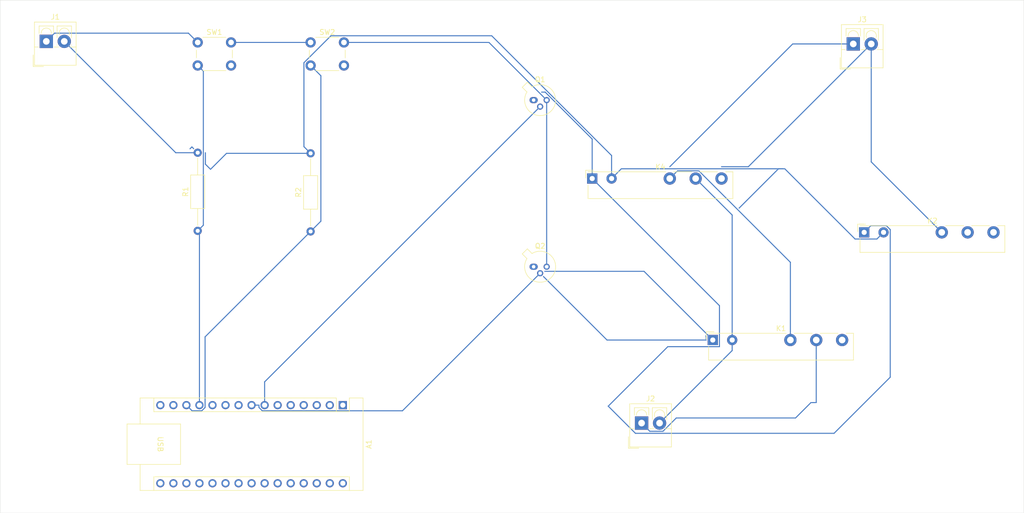
<source format=kicad_pcb>
(kicad_pcb (version 20240108) (generator "pcbnew") (generator_version "8.0")
  (layers (0 "F.Cu" signal) (31 "B.Cu" signal) (34 "B.Paste" user) (35 "F.Paste" user) (36 "B.SilkS" user "B.Silkscreen") (37 "F.SilkS" user "F.Silkscreen") (38 "B.Mask" user) (39 "F.Mask" user) (44 "Edge.Cuts" user))
  (net 0 "")
  (net 5 "Net-(A1-D5)")
  (net 8 "Net-(A1-D4)")
  (net 20 "Net-(A1-D10)")
  (net 21 "Net-(A1-D9)")
  (net 31 "+5V")
  (net 32 "GND")
  (net 33 "Net-(J2-Pin_1)")
  (net 34 "Net-(J3-Pin_1)")
  (net 35 "Net-(J3-Pin_2)")
  (net 37 "Net-(Q2-E)")
  (net 38 "Net-(BT1-+)")
  (net 39 "Net-(Q1-E)")
  (footprint "TerminalBlock_4Ucon:TerminalBlock_4Ucon_1x02_P3.50mm_Vertical" (layer "F.Cu") (at 63 47.545)
    (property "Reference" "J1" (at 1.75 -4.76 0) (layer "F.SilkS"))
    (property "Value" "Screw_Terminal_01x02")
    (fp_line (start -2.55 2.66) (end -2.55 4.9) (stroke (width 0.12)) (layer "F.SilkS"))
    (fp_line (start -2.55 4.9) (end -0.55 4.9) (stroke (width 0.12)) (layer "F.SilkS"))
    (fp_line (start -2.31 -3.76) (end -2.31 4.66) (stroke (width 0.12)) (layer "F.SilkS"))
    (fp_line (start -2.31 -3.76) (end 5.81 -3.76) (stroke (width 0.12)) (layer "F.SilkS"))
    (fp_line (start -2.31 1.101) (end -1.54 1.101) (stroke (width 0.12)) (layer "F.SilkS"))
    (fp_line (start -2.31 4.66) (end 5.81 4.66) (stroke (width 0.12)) (layer "F.SilkS"))
    (fp_line (start -1.4 -3) (end -1.4 -1.54) (stroke (width 0.12)) (layer "F.SilkS"))
    (fp_line (start -1.4 -3) (end 1.4 -3) (stroke (width 0.12)) (layer "F.SilkS"))
    (fp_line (start 1.4 -3) (end 1.4 -1.54) (stroke (width 0.12)) (layer "F.SilkS"))
    (fp_line (start 1.54 1.101) (end 2.367 1.101) (stroke (width 0.12)) (layer "F.SilkS"))
    (fp_line (start 2.1 -3) (end 2.1 -0.689) (stroke (width 0.12)) (layer "F.SilkS"))
    (fp_line (start 2.1 -3) (end 4.9 -3) (stroke (width 0.12)) (layer "F.SilkS"))
    (fp_line (start 2.1 0.689) (end 2.1 0.75) (stroke (width 0.12)) (layer "F.SilkS"))
    (fp_line (start 2.1 0.75) (end 2.101 0.75) (stroke (width 0.12)) (layer "F.SilkS"))
    (fp_line (start 4.634 1.101) (end 5.81 1.101) (stroke (width 0.12)) (layer "F.SilkS"))
    (fp_line (start 4.9 -3) (end 4.9 -0.689) (stroke (width 0.12)) (layer "F.SilkS"))
    (fp_line (start 4.9 0.689) (end 4.9 0.75) (stroke (width 0.12)) (layer "F.SilkS"))
    (fp_line (start 4.9 0.75) (end 4.9 0.75) (stroke (width 0.12)) (layer "F.SilkS"))
    (fp_line (start 5.81 -3.76) (end 5.81 4.66) (stroke (width 0.12)) (layer "F.SilkS"))
    (fp_arc (start -0.99789 -1.529434) (mid -0.000785 -2.600382) (end 0.998 -1.531) (stroke (width 0.12)) (layer "F.SilkS"))
    (fp_arc (start 2.560085 -1.257767) (mid 3.499876 -2.600282) (end 4.44 -1.258) (stroke (width 0.12)) (layer "F.SilkS"))
    (pad "1" thru_hole rect (at 0 0) (size 2.6 2.6) (drill 1.3) (layers "*.Cu" "*.Mask") (net 31 "+5V"))
    (pad "2" thru_hole circle (at 3.5 0) (size 2.6 2.6) (drill 1.3) (layers "*.Cu" "*.Mask") (net 32 "GND"))
  )
  (footprint "Resistor_THT:R_Axial_DIN0207_L6.3mm_D2.5mm_P15.24mm_Horizontal" (layer "F.Cu") (at 92.5 84.5 90)
    (property "Reference" "R1" (at 7.62 -2.37 90) (layer "F.SilkS"))
    (property "Value" "R")
    (fp_line (start 10.89 -1.37) (end 4.35 -1.37) (stroke (width 0.12)) (layer "F.SilkS"))
    (fp_line (start 4.35 -1.37) (end 4.35 1.37) (stroke (width 0.12)) (layer "F.SilkS"))
    (fp_line (start 14.2 0) (end 10.89 0) (stroke (width 0.12)) (layer "F.SilkS"))
    (fp_line (start 1.04 0) (end 4.35 0) (stroke (width 0.12)) (layer "F.SilkS"))
    (fp_line (start 10.89 1.37) (end 10.89 -1.37) (stroke (width 0.12)) (layer "F.SilkS"))
    (fp_line (start 4.35 1.37) (end 10.89 1.37) (stroke (width 0.12)) (layer "F.SilkS"))
    (pad "1" thru_hole circle (at 0 0 90) (size 1.6 1.6) (drill 0.8) (layers "*.Cu" "*.Mask") (net 21 "Net-(A1-D9)"))
    (pad "2" thru_hole oval (at 15.24 0 90) (size 1.6 1.6) (drill 0.8) (layers "*.Cu" "*.Mask") (net 32 "GND"))
  )
  (footprint "Button_Switch_THT:SW_PUSH_6mm" (layer "F.Cu") (at 92.5 47.75)
    (property "Reference" "SW1" (at 3.25 -2 0) (layer "F.SilkS"))
    (property "Value" "SW_Push")
    (fp_line (start -0.25 1.5) (end -0.25 3) (stroke (width 0.12)) (layer "F.SilkS"))
    (fp_line (start 1 5.5) (end 5.5 5.5) (stroke (width 0.12)) (layer "F.SilkS"))
    (fp_line (start 5.5 -1) (end 1 -1) (stroke (width 0.12)) (layer "F.SilkS"))
    (fp_line (start 6.75 3) (end 6.75 1.5) (stroke (width 0.12)) (layer "F.SilkS"))
    (pad "1" thru_hole circle (at 0 0 90) (size 2 2) (drill 1.1) (layers "*.Cu" "*.Mask") (net 31 "+5V"))
    (pad "1" thru_hole circle (at 6.5 0 90) (size 2 2) (drill 1.1) (layers "*.Cu" "*.Mask") (net 31 "+5V"))
    (pad "2" thru_hole circle (at 0 4.5 90) (size 2 2) (drill 1.1) (layers "*.Cu" "*.Mask") (net 21 "Net-(A1-D9)"))
    (pad "2" thru_hole circle (at 6.5 4.5 90) (size 2 2) (drill 1.1) (layers "*.Cu" "*.Mask") (net 21 "Net-(A1-D9)"))
  )
  (footprint "Relay_THT:Relay_SPDT_Fujitsu_FTR-LYCA005x_FormC_Vertical" (layer "F.Cu") (at 222.3725 84.7975)
    (property "Reference" "K2" (at 13.3 -2.25 0) (layer "F.SilkS"))
    (property "Value" "Fujitsu_FTR-LYCA005x")
    (fp_line (start -1.26 -1.61) (end 0.24 -1.61) (stroke (width 0.12)) (layer "F.SilkS"))
    (fp_line (start -1.26 -0.11) (end -1.26 -1.61) (stroke (width 0.12)) (layer "F.SilkS"))
    (fp_line (start -0.81 3.91) (end -0.81 1.3) (stroke (width 0.12)) (layer "F.SilkS"))
    (fp_line (start -0.81 3.91) (end 27.41 3.91) (stroke (width 0.12)) (layer "F.SilkS"))
    (fp_line (start 14.35 -1.31) (end -0.81 -1.31) (stroke (width 0.12)) (layer "F.SilkS"))
    (fp_line (start 15.87 -1.31) (end 19.4 -1.31) (stroke (width 0.12)) (layer "F.SilkS"))
    (fp_line (start 20.94 -1.31) (end 24.42 -1.31) (stroke (width 0.12)) (layer "F.SilkS"))
    (fp_line (start 26 -1.31) (end 27.41 -1.31) (stroke (width 0.12)) (layer "F.SilkS"))
    (fp_line (start 27.41 3.91) (end 27.41 -1.31) (stroke (width 0.12)) (layer "F.SilkS"))
    (pad "11" thru_hole circle (at 20.16 0) (size 2.4 2.4) (drill 1.3) (layers "*.Cu" "*.Mask") (net 38 "Net-(BT1-+)"))
    (pad "12" thru_hole circle (at 15.12 0) (size 2.4 2.4) (drill 1.3) (layers "*.Cu" "*.Mask") (net 35 "Net-(J3-Pin_2)"))
    (pad "14" thru_hole circle (at 25.2 0) (size 2.4 2.4) (drill 1.3) (layers "*.Cu" "*.Mask"))
    (pad "A1" thru_hole rect (at 0 0) (size 2 2) (drill 1) (layers "*.Cu" "*.Mask") (net 39 "Net-(Q1-E)"))
    (pad "A2" thru_hole circle (at 3.78 0) (size 2 2) (drill 1) (layers "*.Cu" "*.Mask") (net 32 "GND"))
  )
  (footprint "TerminalBlock_4Ucon:TerminalBlock_4Ucon_1x02_P3.50mm_Vertical" (layer "F.Cu") (at 220.25 48.045)
    (property "Reference" "J3" (at 1.75 -4.76 0) (layer "F.SilkS"))
    (property "Value" "Screw_Terminal_01x02")
    (fp_line (start -2.55 2.66) (end -2.55 4.9) (stroke (width 0.12)) (layer "F.SilkS"))
    (fp_line (start -2.55 4.9) (end -0.55 4.9) (stroke (width 0.12)) (layer "F.SilkS"))
    (fp_line (start -2.31 -3.76) (end -2.31 4.66) (stroke (width 0.12)) (layer "F.SilkS"))
    (fp_line (start -2.31 -3.76) (end 5.81 -3.76) (stroke (width 0.12)) (layer "F.SilkS"))
    (fp_line (start -2.31 1.101) (end -1.54 1.101) (stroke (width 0.12)) (layer "F.SilkS"))
    (fp_line (start -2.31 4.66) (end 5.81 4.66) (stroke (width 0.12)) (layer "F.SilkS"))
    (fp_line (start -1.4 -3) (end -1.4 -1.54) (stroke (width 0.12)) (layer "F.SilkS"))
    (fp_line (start -1.4 -3) (end 1.4 -3) (stroke (width 0.12)) (layer "F.SilkS"))
    (fp_line (start 1.4 -3) (end 1.4 -1.54) (stroke (width 0.12)) (layer "F.SilkS"))
    (fp_line (start 1.54 1.101) (end 2.367 1.101) (stroke (width 0.12)) (layer "F.SilkS"))
    (fp_line (start 2.1 -3) (end 2.1 -0.689) (stroke (width 0.12)) (layer "F.SilkS"))
    (fp_line (start 2.1 -3) (end 4.9 -3) (stroke (width 0.12)) (layer "F.SilkS"))
    (fp_line (start 2.1 0.689) (end 2.1 0.75) (stroke (width 0.12)) (layer "F.SilkS"))
    (fp_line (start 2.1 0.75) (end 2.101 0.75) (stroke (width 0.12)) (layer "F.SilkS"))
    (fp_line (start 4.634 1.101) (end 5.81 1.101) (stroke (width 0.12)) (layer "F.SilkS"))
    (fp_line (start 4.9 -3) (end 4.9 -0.689) (stroke (width 0.12)) (layer "F.SilkS"))
    (fp_line (start 4.9 0.689) (end 4.9 0.75) (stroke (width 0.12)) (layer "F.SilkS"))
    (fp_line (start 4.9 0.75) (end 4.9 0.75) (stroke (width 0.12)) (layer "F.SilkS"))
    (fp_line (start 5.81 -3.76) (end 5.81 4.66) (stroke (width 0.12)) (layer "F.SilkS"))
    (fp_arc (start -0.99789 -1.529434) (mid -0.000785 -2.600382) (end 0.998 -1.531) (stroke (width 0.12)) (layer "F.SilkS"))
    (fp_arc (start 2.560085 -1.257767) (mid 3.499876 -2.600282) (end 4.44 -1.258) (stroke (width 0.12)) (layer "F.SilkS"))
    (pad "1" thru_hole rect (at 0 0) (size 2.6 2.6) (drill 1.3) (layers "*.Cu" "*.Mask") (net 34 "Net-(J3-Pin_1)"))
    (pad "2" thru_hole circle (at 3.5 0) (size 2.6 2.6) (drill 1.3) (layers "*.Cu" "*.Mask") (net 35 "Net-(J3-Pin_2)"))
  )
  (footprint "Package_TO_SOT_THT:TO-18-3" (layer "F.Cu") (at 157.96 59)
    (property "Reference" "Q1" (at 1.27 -4.02 0) (layer "F.SilkS"))
    (property "Value" "BC107")
    (fp_line (start -2.214448 -2.494499) (end -1.302281 -1.582331) (stroke (width 0.12)) (layer "F.SilkS"))
    (fp_line (start -1.224499 -3.484448) (end -2.214448 -2.494499) (stroke (width 0.12)) (layer "F.SilkS"))
    (fp_line (start -0.312331 -2.572281) (end -1.224499 -3.484448) (stroke (width 0.12)) (layer "F.SilkS"))
    (fp_arc (start -0.312331 -2.572281) (mid 3.405374 2.135551) (end -1.30215 -1.582544) (stroke (width 0.12)) (layer "F.SilkS"))
    (pad "1" thru_hole oval (at 0 0) (size 1.6 1.2) (drill 0.7) (layers "*.Cu" "*.Mask") (net 39 "Net-(Q1-E)"))
    (pad "2" thru_hole oval (at 1.27 1.27) (size 1.2 1.2) (drill 0.7) (layers "*.Cu" "*.Mask") (net 8 "Net-(A1-D4)"))
    (pad "3" thru_hole oval (at 2.54 0) (size 1.2 1.2) (drill 0.7) (layers "*.Cu" "*.Mask") (net 31 "+5V"))
  )
  (footprint "Resistor_THT:R_Axial_DIN0207_L6.3mm_D2.5mm_P15.24mm_Horizontal" (layer "F.Cu") (at 114.5 84.62 90)
    (property "Reference" "R2" (at 7.62 -2.37 90) (layer "F.SilkS"))
    (property "Value" "R")
    (fp_line (start 10.89 -1.37) (end 4.35 -1.37) (stroke (width 0.12)) (layer "F.SilkS"))
    (fp_line (start 4.35 -1.37) (end 4.35 1.37) (stroke (width 0.12)) (layer "F.SilkS"))
    (fp_line (start 14.2 0) (end 10.89 0) (stroke (width 0.12)) (layer "F.SilkS"))
    (fp_line (start 1.04 0) (end 4.35 0) (stroke (width 0.12)) (layer "F.SilkS"))
    (fp_line (start 10.89 1.37) (end 10.89 -1.37) (stroke (width 0.12)) (layer "F.SilkS"))
    (fp_line (start 4.35 1.37) (end 10.89 1.37) (stroke (width 0.12)) (layer "F.SilkS"))
    (pad "1" thru_hole circle (at 0 0 90) (size 1.6 1.6) (drill 0.8) (layers "*.Cu" "*.Mask") (net 20 "Net-(A1-D10)"))
    (pad "2" thru_hole oval (at 15.24 0 90) (size 1.6 1.6) (drill 0.8) (layers "*.Cu" "*.Mask") (net 32 "GND"))
  )
  (footprint "Button_Switch_THT:SW_PUSH_6mm" (layer "F.Cu") (at 114.5 47.75)
    (property "Reference" "SW2" (at 3.25 -2 0) (layer "F.SilkS"))
    (property "Value" "SW_Push")
    (fp_line (start -0.25 1.5) (end -0.25 3) (stroke (width 0.12)) (layer "F.SilkS"))
    (fp_line (start 1 5.5) (end 5.5 5.5) (stroke (width 0.12)) (layer "F.SilkS"))
    (fp_line (start 5.5 -1) (end 1 -1) (stroke (width 0.12)) (layer "F.SilkS"))
    (fp_line (start 6.75 3) (end 6.75 1.5) (stroke (width 0.12)) (layer "F.SilkS"))
    (pad "1" thru_hole circle (at 0 0 90) (size 2 2) (drill 1.1) (layers "*.Cu" "*.Mask") (net 31 "+5V"))
    (pad "1" thru_hole circle (at 6.5 0 90) (size 2 2) (drill 1.1) (layers "*.Cu" "*.Mask") (net 31 "+5V"))
    (pad "2" thru_hole circle (at 0 4.5 90) (size 2 2) (drill 1.1) (layers "*.Cu" "*.Mask") (net 20 "Net-(A1-D10)"))
    (pad "2" thru_hole circle (at 6.5 4.5 90) (size 2 2) (drill 1.1) (layers "*.Cu" "*.Mask") (net 20 "Net-(A1-D10)"))
  )
  (footprint "Package_TO_SOT_THT:TO-18-3" (layer "F.Cu") (at 157.96 91.5)
    (property "Reference" "Q2" (at 1.27 -4.02 0) (layer "F.SilkS"))
    (property "Value" "BC107")
    (fp_line (start -2.214448 -2.494499) (end -1.302281 -1.582331) (stroke (width 0.12)) (layer "F.SilkS"))
    (fp_line (start -1.224499 -3.484448) (end -2.214448 -2.494499) (stroke (width 0.12)) (layer "F.SilkS"))
    (fp_line (start -0.312331 -2.572281) (end -1.224499 -3.484448) (stroke (width 0.12)) (layer "F.SilkS"))
    (fp_arc (start -0.312331 -2.572281) (mid 3.405374 2.135551) (end -1.30215 -1.582544) (stroke (width 0.12)) (layer "F.SilkS"))
    (pad "1" thru_hole oval (at 0 0) (size 1.6 1.2) (drill 0.7) (layers "*.Cu" "*.Mask") (net 37 "Net-(Q2-E)"))
    (pad "2" thru_hole oval (at 1.27 1.27) (size 1.2 1.2) (drill 0.7) (layers "*.Cu" "*.Mask") (net 5 "Net-(A1-D5)"))
    (pad "3" thru_hole oval (at 2.54 0) (size 1.2 1.2) (drill 0.7) (layers "*.Cu" "*.Mask") (net 31 "+5V"))
  )
  (footprint "Module:Arduino_Nano" (layer "F.Cu") (at 120.78 118.5 -90)
    (property "Reference" "A1" (at 7.62 -5.08 90) (layer "F.SilkS"))
    (property "Value" "Arduino_Nano_v2.x")
    (fp_line (start 3.68 42.04) (end 3.68 31.62) (stroke (width 0.12)) (layer "F.SilkS"))
    (fp_line (start 11.56 42.04) (end 3.68 42.04) (stroke (width 0.12)) (layer "F.SilkS"))
    (fp_line (start -1.4 39.5) (end 3.68 39.5) (stroke (width 0.12)) (layer "F.SilkS"))
    (fp_line (start 16.64 39.5) (end 11.56 39.5) (stroke (width 0.12)) (layer "F.SilkS"))
    (fp_line (start 16.64 39.5) (end 16.64 -3.94) (stroke (width 0.12)) (layer "F.SilkS"))
    (fp_line (start 1.27 36.83) (end -1.4 36.83) (stroke (width 0.12)) (layer "F.SilkS"))
    (fp_line (start 13.97 36.83) (end 16.64 36.83) (stroke (width 0.12)) (layer "F.SilkS"))
    (fp_line (start 3.68 31.62) (end 11.56 31.62) (stroke (width 0.12)) (layer "F.SilkS"))
    (fp_line (start 11.56 31.62) (end 11.56 42.04) (stroke (width 0.12)) (layer "F.SilkS"))
    (fp_line (start -1.4 1.27) (end -1.4 39.5) (stroke (width 0.12)) (layer "F.SilkS"))
    (fp_line (start 1.27 1.27) (end 1.27 36.83) (stroke (width 0.12)) (layer "F.SilkS"))
    (fp_line (start 1.27 1.27) (end -1.4 1.27) (stroke (width 0.12)) (layer "F.SilkS"))
    (fp_line (start 1.27 1.27) (end 1.27 -1.27) (stroke (width 0.12)) (layer "F.SilkS"))
    (fp_line (start 1.27 -1.27) (end -1.4 -1.27) (stroke (width 0.12)) (layer "F.SilkS"))
    (fp_line (start 13.97 -1.27) (end 13.97 36.83) (stroke (width 0.12)) (layer "F.SilkS"))
    (fp_line (start 13.97 -1.27) (end 16.64 -1.27) (stroke (width 0.12)) (layer "F.SilkS"))
    (fp_line (start -1.4 -3.94) (end -1.4 -1.27) (stroke (width 0.12)) (layer "F.SilkS"))
    (fp_line (start 16.64 -3.94) (end -1.4 -3.94) (stroke (width 0.12)) (layer "F.SilkS"))
    (fp_text user "USB" (at 7.62 35.56 -90) (layer "F.SilkS"))
    (pad "1" thru_hole rect (at 0 0 270) (size 1.6 1.6) (drill 1) (layers "*.Cu" "*.Mask"))
    (pad "2" thru_hole oval (at 0 2.54 270) (size 1.6 1.6) (drill 1) (layers "*.Cu" "*.Mask"))
    (pad "3" thru_hole oval (at 0 5.08 270) (size 1.6 1.6) (drill 1) (layers "*.Cu" "*.Mask"))
    (pad "4" thru_hole oval (at 0 7.62 270) (size 1.6 1.6) (drill 1) (layers "*.Cu" "*.Mask"))
    (pad "5" thru_hole oval (at 0 10.16 270) (size 1.6 1.6) (drill 1) (layers "*.Cu" "*.Mask"))
    (pad "6" thru_hole oval (at 0 12.7 270) (size 1.6 1.6) (drill 1) (layers "*.Cu" "*.Mask"))
    (pad "7" thru_hole oval (at 0 15.24 270) (size 1.6 1.6) (drill 1) (layers "*.Cu" "*.Mask") (net 8 "Net-(A1-D4)"))
    (pad "8" thru_hole oval (at 0 17.78 270) (size 1.6 1.6) (drill 1) (layers "*.Cu" "*.Mask") (net 5 "Net-(A1-D5)"))
    (pad "9" thru_hole oval (at 0 20.32 270) (size 1.6 1.6) (drill 1) (layers "*.Cu" "*.Mask"))
    (pad "10" thru_hole oval (at 0 22.86 270) (size 1.6 1.6) (drill 1) (layers "*.Cu" "*.Mask"))
    (pad "11" thru_hole oval (at 0 25.4 270) (size 1.6 1.6) (drill 1) (layers "*.Cu" "*.Mask"))
    (pad "12" thru_hole oval (at 0 27.94 270) (size 1.6 1.6) (drill 1) (layers "*.Cu" "*.Mask") (net 21 "Net-(A1-D9)"))
    (pad "13" thru_hole oval (at 0 30.48 270) (size 1.6 1.6) (drill 1) (layers "*.Cu" "*.Mask") (net 20 "Net-(A1-D10)"))
    (pad "14" thru_hole oval (at 0 33.02 270) (size 1.6 1.6) (drill 1) (layers "*.Cu" "*.Mask"))
    (pad "15" thru_hole oval (at 0 35.56 270) (size 1.6 1.6) (drill 1) (layers "*.Cu" "*.Mask"))
    (pad "16" thru_hole oval (at 15.24 35.56 270) (size 1.6 1.6) (drill 1) (layers "*.Cu" "*.Mask"))
    (pad "17" thru_hole oval (at 15.24 33.02 270) (size 1.6 1.6) (drill 1) (layers "*.Cu" "*.Mask"))
    (pad "18" thru_hole oval (at 15.24 30.48 270) (size 1.6 1.6) (drill 1) (layers "*.Cu" "*.Mask"))
    (pad "19" thru_hole oval (at 15.24 27.94 270) (size 1.6 1.6) (drill 1) (layers "*.Cu" "*.Mask"))
    (pad "20" thru_hole oval (at 15.24 25.4 270) (size 1.6 1.6) (drill 1) (layers "*.Cu" "*.Mask"))
    (pad "21" thru_hole oval (at 15.24 22.86 270) (size 1.6 1.6) (drill 1) (layers "*.Cu" "*.Mask"))
    (pad "22" thru_hole oval (at 15.24 20.32 270) (size 1.6 1.6) (drill 1) (layers "*.Cu" "*.Mask"))
    (pad "23" thru_hole oval (at 15.24 17.78 270) (size 1.6 1.6) (drill 1) (layers "*.Cu" "*.Mask"))
    (pad "24" thru_hole oval (at 15.24 15.24 270) (size 1.6 1.6) (drill 1) (layers "*.Cu" "*.Mask"))
    (pad "25" thru_hole oval (at 15.24 12.7 270) (size 1.6 1.6) (drill 1) (layers "*.Cu" "*.Mask"))
    (pad "26" thru_hole oval (at 15.24 10.16 270) (size 1.6 1.6) (drill 1) (layers "*.Cu" "*.Mask"))
    (pad "27" thru_hole oval (at 15.24 7.62 270) (size 1.6 1.6) (drill 1) (layers "*.Cu" "*.Mask"))
    (pad "28" thru_hole oval (at 15.24 5.08 270) (size 1.6 1.6) (drill 1) (layers "*.Cu" "*.Mask"))
    (pad "29" thru_hole oval (at 15.24 2.54 270) (size 1.6 1.6) (drill 1) (layers "*.Cu" "*.Mask"))
    (pad "30" thru_hole oval (at 15.24 0 270) (size 1.6 1.6) (drill 1) (layers "*.Cu" "*.Mask"))
  )
  (footprint "Relay_THT:Relay_SPDT_Fujitsu_FTR-LYCA005x_FormC_Vertical" (layer "F.Cu") (at 169.3725 74.2975)
    (property "Reference" "K4" (at 13.3 -2.25 0) (layer "F.SilkS"))
    (property "Value" "Fujitsu_FTR-LYCA005x")
    (fp_line (start -1.26 -1.61) (end 0.24 -1.61) (stroke (width 0.12)) (layer "F.SilkS"))
    (fp_line (start -1.26 -0.11) (end -1.26 -1.61) (stroke (width 0.12)) (layer "F.SilkS"))
    (fp_line (start -0.81 3.91) (end -0.81 1.3) (stroke (width 0.12)) (layer "F.SilkS"))
    (fp_line (start -0.81 3.91) (end 27.41 3.91) (stroke (width 0.12)) (layer "F.SilkS"))
    (fp_line (start 14.35 -1.31) (end -0.81 -1.31) (stroke (width 0.12)) (layer "F.SilkS"))
    (fp_line (start 15.87 -1.31) (end 19.4 -1.31) (stroke (width 0.12)) (layer "F.SilkS"))
    (fp_line (start 20.94 -1.31) (end 24.42 -1.31) (stroke (width 0.12)) (layer "F.SilkS"))
    (fp_line (start 26 -1.31) (end 27.41 -1.31) (stroke (width 0.12)) (layer "F.SilkS"))
    (fp_line (start 27.41 3.91) (end 27.41 -1.31) (stroke (width 0.12)) (layer "F.SilkS"))
    (pad "11" thru_hole circle (at 20.16 0) (size 2.4 2.4) (drill 1.3) (layers "*.Cu" "*.Mask") (net 32 "GND"))
    (pad "12" thru_hole circle (at 15.12 0) (size 2.4 2.4) (drill 1.3) (layers "*.Cu" "*.Mask") (net 34 "Net-(J3-Pin_1)"))
    (pad "14" thru_hole circle (at 25.2 0) (size 2.4 2.4) (drill 1.3) (layers "*.Cu" "*.Mask") (net 35 "Net-(J3-Pin_2)"))
    (pad "A1" thru_hole rect (at 0 0) (size 2 2) (drill 1) (layers "*.Cu" "*.Mask") (net 39 "Net-(Q1-E)"))
    (pad "A2" thru_hole circle (at 3.78 0) (size 2 2) (drill 1) (layers "*.Cu" "*.Mask") (net 32 "GND"))
  )
  (footprint "Relay_THT:Relay_SPDT_Fujitsu_FTR-LYCA005x_FormC_Vertical" (layer "F.Cu") (at 192.8725 105.7975)
    (property "Reference" "K1" (at 13.3 -2.25 0) (layer "F.SilkS"))
    (property "Value" "Fujitsu_FTR-LYCA005x")
    (fp_line (start -1.26 -1.61) (end 0.24 -1.61) (stroke (width 0.12)) (layer "F.SilkS"))
    (fp_line (start -1.26 -0.11) (end -1.26 -1.61) (stroke (width 0.12)) (layer "F.SilkS"))
    (fp_line (start -0.81 3.91) (end -0.81 1.3) (stroke (width 0.12)) (layer "F.SilkS"))
    (fp_line (start -0.81 3.91) (end 27.41 3.91) (stroke (width 0.12)) (layer "F.SilkS"))
    (fp_line (start 14.35 -1.31) (end -0.81 -1.31) (stroke (width 0.12)) (layer "F.SilkS"))
    (fp_line (start 15.87 -1.31) (end 19.4 -1.31) (stroke (width 0.12)) (layer "F.SilkS"))
    (fp_line (start 20.94 -1.31) (end 24.42 -1.31) (stroke (width 0.12)) (layer "F.SilkS"))
    (fp_line (start 26 -1.31) (end 27.41 -1.31) (stroke (width 0.12)) (layer "F.SilkS"))
    (fp_line (start 27.41 3.91) (end 27.41 -1.31) (stroke (width 0.12)) (layer "F.SilkS"))
    (pad "11" thru_hole circle (at 20.16 0) (size 2.4 2.4) (drill 1.3) (layers "*.Cu" "*.Mask") (net 33 "Net-(J2-Pin_1)"))
    (pad "12" thru_hole circle (at 15.12 0) (size 2.4 2.4) (drill 1.3) (layers "*.Cu" "*.Mask") (net 34 "Net-(J3-Pin_1)"))
    (pad "14" thru_hole circle (at 25.2 0) (size 2.4 2.4) (drill 1.3) (layers "*.Cu" "*.Mask"))
    (pad "A1" thru_hole rect (at 0 0) (size 2 2) (drill 1) (layers "*.Cu" "*.Mask") (net 37 "Net-(Q2-E)"))
    (pad "A2" thru_hole circle (at 3.78 0) (size 2 2) (drill 1) (layers "*.Cu" "*.Mask") (net 32 "GND"))
  )
  (footprint "TerminalBlock_4Ucon:TerminalBlock_4Ucon_1x02_P3.50mm_Vertical" (layer "F.Cu") (at 179 122)
    (property "Reference" "J2" (at 1.75 -4.76 0) (layer "F.SilkS"))
    (property "Value" "Screw_Terminal_01x02")
    (fp_line (start -2.55 2.66) (end -2.55 4.9) (stroke (width 0.12)) (layer "F.SilkS"))
    (fp_line (start -2.55 4.9) (end -0.55 4.9) (stroke (width 0.12)) (layer "F.SilkS"))
    (fp_line (start -2.31 -3.76) (end -2.31 4.66) (stroke (width 0.12)) (layer "F.SilkS"))
    (fp_line (start -2.31 -3.76) (end 5.81 -3.76) (stroke (width 0.12)) (layer "F.SilkS"))
    (fp_line (start -2.31 1.101) (end -1.54 1.101) (stroke (width 0.12)) (layer "F.SilkS"))
    (fp_line (start -2.31 4.66) (end 5.81 4.66) (stroke (width 0.12)) (layer "F.SilkS"))
    (fp_line (start -1.4 -3) (end -1.4 -1.54) (stroke (width 0.12)) (layer "F.SilkS"))
    (fp_line (start -1.4 -3) (end 1.4 -3) (stroke (width 0.12)) (layer "F.SilkS"))
    (fp_line (start 1.4 -3) (end 1.4 -1.54) (stroke (width 0.12)) (layer "F.SilkS"))
    (fp_line (start 1.54 1.101) (end 2.367 1.101) (stroke (width 0.12)) (layer "F.SilkS"))
    (fp_line (start 2.1 -3) (end 2.1 -0.689) (stroke (width 0.12)) (layer "F.SilkS"))
    (fp_line (start 2.1 -3) (end 4.9 -3) (stroke (width 0.12)) (layer "F.SilkS"))
    (fp_line (start 2.1 0.689) (end 2.1 0.75) (stroke (width 0.12)) (layer "F.SilkS"))
    (fp_line (start 2.1 0.75) (end 2.101 0.75) (stroke (width 0.12)) (layer "F.SilkS"))
    (fp_line (start 4.634 1.101) (end 5.81 1.101) (stroke (width 0.12)) (layer "F.SilkS"))
    (fp_line (start 4.9 -3) (end 4.9 -0.689) (stroke (width 0.12)) (layer "F.SilkS"))
    (fp_line (start 4.9 0.689) (end 4.9 0.75) (stroke (width 0.12)) (layer "F.SilkS"))
    (fp_line (start 4.9 0.75) (end 4.9 0.75) (stroke (width 0.12)) (layer "F.SilkS"))
    (fp_line (start 5.81 -3.76) (end 5.81 4.66) (stroke (width 0.12)) (layer "F.SilkS"))
    (fp_arc (start -0.99789 -1.529434) (mid -0.000785 -2.600382) (end 0.998 -1.531) (stroke (width 0.12)) (layer "F.SilkS"))
    (fp_arc (start 2.560085 -1.257767) (mid 3.499876 -2.600282) (end 4.44 -1.258) (stroke (width 0.12)) (layer "F.SilkS"))
    (pad "1" thru_hole rect (at 0 0) (size 2.6 2.6) (drill 1.3) (layers "*.Cu" "*.Mask") (net 33 "Net-(J2-Pin_1)"))
    (pad "2" thru_hole circle (at 3.5 0) (size 2.6 2.6) (drill 1.3) (layers "*.Cu" "*.Mask") (net 32 "GND"))
  )
  (gr_line (start 253.5 39.5) (end 253.5 139.5) (stroke (width 0.05)) (layer "Edge.Cuts"))
  (gr_line (start 54 139.5) (end 54 39.5) (stroke (width 0.05)) (layer "Edge.Cuts"))
  (gr_line (start 54 39.5) (end 253.5 39.5) (stroke (width 0.05)) (layer "Edge.Cuts"))
  (gr_line (start 253.5 139.5) (end 54 139.5) (stroke (width 0.05)) (layer "Edge.Cuts"))
  (segment (start 91.4 68.16) (end 91.722183 68.482183) (width 0.2) (layer "B.Cu") (net 0))
  (segment (start 91.34 68.16) (end 91.4 68.16) (width 0.2) (layer "B.Cu") (net 0))
  (segment (start 191.5725 105.0725) (end 191.5725 105.7975) (width 0.2) (layer "B.Cu") (net 0))
  (segment (start 91 68.5) (end 91.34 68.16) (width 0.2) (layer "B.Cu") (net 0))
  (segment (start 172.2575 105.7975) (end 159.866396 93.406396) (width 0.2) (layer "B.Cu") (net 0))
  (segment (start 191.5 105) (end 191.5725 105.0725) (width 0.2) (layer "B.Cu") (net 0))
  (segment (start 191.5725 105.7975) (end 172.2575 105.7975) (width 0.2) (layer "B.Cu") (net 0))
  (segment (start 104.44 118.955635) (end 104.44 118.5) (width 0.2) (layer "B.Cu") (net 5))
  (segment (start 132.4 119.6) (end 105.084365 119.6) (width 0.2) (layer "B.Cu") (net 5))
  (segment (start 105.084365 119.6) (end 104.44 118.955635) (width 0.2) (layer "B.Cu") (net 5))
  (segment (start 104.44 118.5) (end 103 118.5) (width 0.2) (layer "B.Cu") (net 5))
  (segment (start 159.23 92.77) (end 132.4 119.6) (width 0.2) (layer "B.Cu") (net 5))
  (segment (start 105.54 113.96) (end 159.23 60.27) (width 0.2) (layer "B.Cu") (net 8))
  (segment (start 105.54 118.5) (end 105.54 113.96) (width 0.2) (layer "B.Cu") (net 8))
  (segment (start 93.94 105.18) (end 93.94 118.955635) (width 0.2) (layer "B.Cu") (net 20))
  (segment (start 91.4 119.6) (end 90.3 118.5) (width 0.2) (layer "B.Cu") (net 20))
  (segment (start 93.295635 119.6) (end 91.4 119.6) (width 0.2) (layer "B.Cu") (net 20))
  (segment (start 116.5 54.25) (end 116.5 82.62) (width 0.2) (layer "B.Cu") (net 20))
  (segment (start 114.5 84.62) (end 93.94 105.18) (width 0.2) (layer "B.Cu") (net 20))
  (segment (start 116.5 82.62) (end 114.5 84.62) (width 0.2) (layer "B.Cu") (net 20))
  (segment (start 93.94 118.955635) (end 93.295635 119.6) (width 0.2) (layer "B.Cu") (net 20))
  (segment (start 114.5 52.25) (end 116.5 54.25) (width 0.2) (layer "B.Cu") (net 20))
  (segment (start 93.6 53.35) (end 93.6 83.4) (width 0.2) (layer "B.Cu") (net 21))
  (segment (start 93.6 83.4) (end 92.5 84.5) (width 0.2) (layer "B.Cu") (net 21))
  (segment (start 92.84 118.5) (end 92.84 84.84) (width 0.2) (layer "B.Cu") (net 21))
  (segment (start 92.5 52.25) (end 93.6 53.35) (width 0.2) (layer "B.Cu") (net 21))
  (segment (start 92.84 84.84) (end 92.5 84.5) (width 0.2) (layer "B.Cu") (net 21))
  (segment (start 90.695 45.945) (end 64.6 45.945) (width 0.2) (layer "B.Cu") (net 31))
  (segment (start 160.5 59) (end 160.5 91.5) (width 0.2) (layer "B.Cu") (net 31))
  (segment (start 114.5 47.75) (end 99 47.75) (width 0.2) (layer "B.Cu") (net 31))
  (segment (start 149.25 47.75) (end 160.5 59) (width 0.2) (layer "B.Cu") (net 31))
  (segment (start 64.6 45.945) (end 63 47.545) (width 0.2) (layer "B.Cu") (net 31))
  (segment (start 121 47.75) (end 149.25 47.75) (width 0.2) (layer "B.Cu") (net 31))
  (segment (start 92.5 47.75) (end 90.695 45.945) (width 0.2) (layer "B.Cu") (net 31))
  (segment (start 98.12 69.38) (end 95 72.5) (width 0.2) (layer "B.Cu") (net 32))
  (segment (start 113.2 51.711522) (end 113.2 68.08) (width 0.2) (layer "B.Cu") (net 32))
  (segment (start 220.5975 86.0975) (end 224.8525 86.0975) (width 0.2) (layer "B.Cu") (net 32))
  (segment (start 206.5 72.3975) (end 205.6725 72.3975) (width 0.2) (layer "B.Cu") (net 32))
  (segment (start 196.6525 81.4175) (end 196.6525 105.7975) (width 0.2) (layer "B.Cu") (net 32))
  (segment (start 189.5325 74.2975) (end 196.6525 81.4175) (width 0.2) (layer "B.Cu") (net 32))
  (segment (start 173.1525 74.2975) (end 173.1525 69.814021) (width 0.2) (layer "B.Cu") (net 32))
  (segment (start 196.6525 105.7975) (end 196.6525 107.8475) (width 0.2) (layer "B.Cu") (net 32))
  (segment (start 206.5 72.3975) (end 206.8975 72.3975) (width 0.2) (layer "B.Cu") (net 32))
  (segment (start 205.6725 72.3975) (end 197.996003 80.073997) (width 0.2) (layer "B.Cu") (net 32))
  (segment (start 114.5 69.38) (end 98.12 69.38) (width 0.2) (layer "B.Cu") (net 32))
  (segment (start 95 72.5) (end 94 71.5) (width 0.2) (layer "B.Cu") (net 32))
  (segment (start 173.1525 74.2975) (end 175.0525 72.3975) (width 0.2) (layer "B.Cu") (net 32))
  (segment (start 118.461522 46.45) (end 113.2 51.711522) (width 0.2) (layer "B.Cu") (net 32))
  (segment (start 173.1525 69.814021) (end 149.788479 46.45) (width 0.2) (layer "B.Cu") (net 32))
  (segment (start 224.8525 86.0975) (end 226.1525 84.7975) (width 0.2) (layer "B.Cu") (net 32))
  (segment (start 175.0525 72.3975) (end 206.5 72.3975) (width 0.2) (layer "B.Cu") (net 32))
  (segment (start 113.2 68.08) (end 114.5 69.38) (width 0.2) (layer "B.Cu") (net 32))
  (segment (start 149.788479 46.45) (end 118.461522 46.45) (width 0.2) (layer "B.Cu") (net 32))
  (segment (start 88.215 69.26) (end 66.5 47.545) (width 0.2) (layer "B.Cu") (net 32))
  (segment (start 92.5 69.26) (end 88.215 69.26) (width 0.2) (layer "B.Cu") (net 32))
  (segment (start 206.8975 72.3975) (end 220.5975 86.0975) (width 0.2) (layer "B.Cu") (net 32))
  (segment (start 94 71.5) (end 94 69.26) (width 0.2) (layer "B.Cu") (net 32))
  (segment (start 196.6525 107.8475) (end 182.5 122) (width 0.2) (layer "B.Cu") (net 32))
  (segment (start 213.0325 117.9675) (end 213 118) (width 0.2) (layer "B.Cu") (net 33))
  (segment (start 212 118) (end 209 121) (width 0.2) (layer "B.Cu") (net 33))
  (segment (start 183.162742 123.6) (end 180.6 123.6) (width 0.2) (layer "B.Cu") (net 33))
  (segment (start 213 118) (end 212 118) (width 0.2) (layer "B.Cu") (net 33))
  (segment (start 213.0325 105.7975) (end 213.0325 117.9675) (width 0.2) (layer "B.Cu") (net 33))
  (segment (start 209 121) (end 185.762742 121) (width 0.2) (layer "B.Cu") (net 33))
  (segment (start 185.762742 121) (end 183.162742 123.6) (width 0.2) (layer "B.Cu") (net 33))
  (segment (start 180.6 123.6) (end 179 122) (width 0.2) (layer "B.Cu") (net 33))
  (segment (start 184.4925 74.2975) (end 185.9925 72.7975) (width 0.2) (layer "B.Cu") (net 34))
  (segment (start 208.445 48.045) (end 184.4925 71.9975) (width 0.2) (layer "B.Cu") (net 34))
  (segment (start 220.25 48.045) (end 208.445 48.045) (width 0.2) (layer "B.Cu") (net 34))
  (segment (start 185.9925 72.7975) (end 190.153821 72.7975) (width 0.2) (layer "B.Cu") (net 34))
  (segment (start 190.153821 72.7975) (end 207.9925 90.636179) (width 0.2) (layer "B.Cu") (net 34))
  (segment (start 207.9925 90.636179) (end 207.9925 105.7975) (width 0.2) (layer "B.Cu") (net 34))
  (segment (start 223.75 48.045) (end 199.7975 71.9975) (width 0.2) (layer "B.Cu") (net 35))
  (segment (start 199.7975 71.9975) (end 194.5725 71.9975) (width 0.2) (layer "B.Cu") (net 35))
  (segment (start 223.75 71.055) (end 237.4925 84.7975) (width 0.2) (layer "B.Cu") (net 35))
  (segment (start 223.75 48.045) (end 223.75 71.055) (width 0.2) (layer "B.Cu") (net 35))
  (segment (start 179.475 92.4) (end 160.13 92.4) (width 0.2) (layer "B.Cu") (net 37))
  (segment (start 192.8725 105.7975) (end 179.475 92.4) (width 0.2) (layer "B.Cu") (net 37))
  (segment (start 226.690978 83.4975) (end 227.4525 84.259022) (width 0.2) (layer "B.Cu") (net 39))
  (segment (start 169.3725 74.2975) (end 169.3725 66.599707) (width 0.2) (layer "B.Cu") (net 39))
  (segment (start 160.21995 57.447157) (end 159.512843 57.447157) (width 0.2) (layer "B.Cu") (net 39))
  (segment (start 194.1725 99.0975) (end 169.3725 74.2975) (width 0.2) (layer "B.Cu") (net 39))
  (segment (start 227.4525 113.0475) (end 216.5 124) (width 0.2) (layer "B.Cu") (net 39))
  (segment (start 227.4525 84.259022) (end 227.4525 113.0475) (width 0.2) (layer "B.Cu") (net 39))
  (segment (start 177.8 124) (end 172.5 118.7) (width 0.2) (layer "B.Cu") (net 39))
  (segment (start 169.3725 66.599707) (end 160.21995 57.447157) (width 0.2) (layer "B.Cu") (net 39))
  (segment (start 223.6725 83.4975) (end 226.690978 83.4975) (width 0.2) (layer "B.Cu") (net 39))
  (segment (start 222.3725 84.7975) (end 223.6725 83.4975) (width 0.2) (layer "B.Cu") (net 39))
  (segment (start 172.5 118.7) (end 184.1025 107.0975) (width 0.2) (layer "B.Cu") (net 39))
  (segment (start 184.1025 107.0975) (end 194.1725 107.0975) (width 0.2) (layer "B.Cu") (net 39))
  (segment (start 194.1725 107.0975) (end 194.1725 99.0975) (width 0.2) (layer "B.Cu") (net 39))
  (segment (start 216.5 124) (end 177.8 124) (width 0.2) (layer "B.Cu") (net 39))
)
</source>
